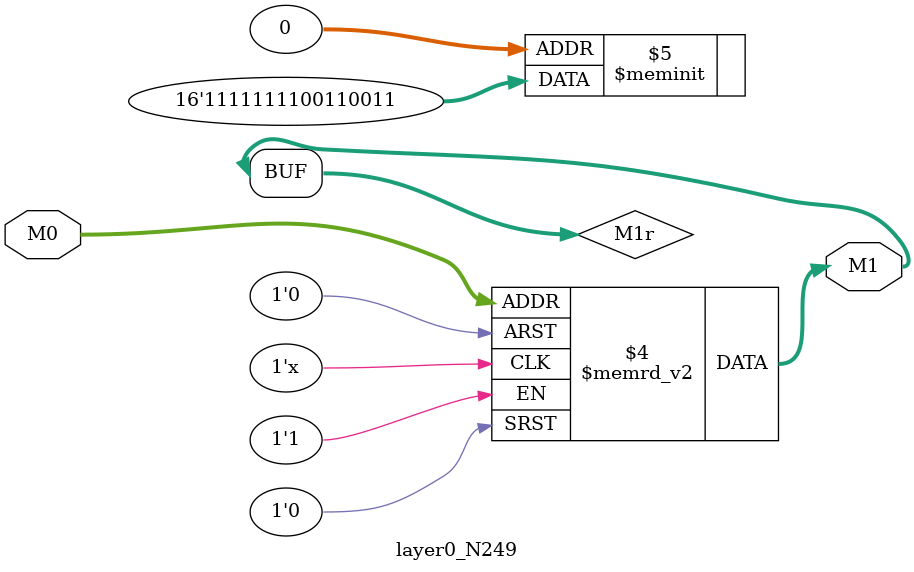
<source format=v>
module layer0_N249 ( input [2:0] M0, output [1:0] M1 );

	(*rom_style = "distributed" *) reg [1:0] M1r;
	assign M1 = M1r;
	always @ (M0) begin
		case (M0)
			3'b000: M1r = 2'b11;
			3'b100: M1r = 2'b11;
			3'b010: M1r = 2'b11;
			3'b110: M1r = 2'b11;
			3'b001: M1r = 2'b00;
			3'b101: M1r = 2'b11;
			3'b011: M1r = 2'b00;
			3'b111: M1r = 2'b11;

		endcase
	end
endmodule

</source>
